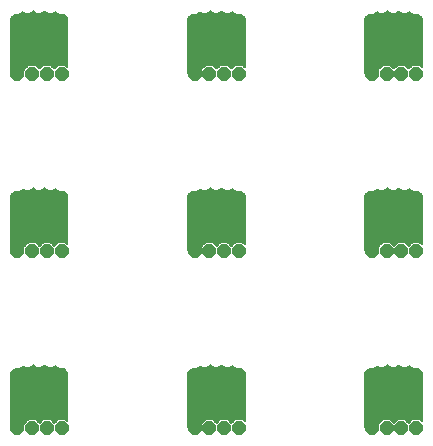
<source format=gbl>
G75*
%MOIN*%
%OFA0B0*%
%FSLAX24Y24*%
%IPPOS*%
%LPD*%
%AMOC8*
5,1,8,0,0,1.08239X$1,22.5*
%
%ADD10OC8,0.0436*%
%ADD11C,0.0050*%
%ADD12C,0.0238*%
D10*
X003387Y003151D03*
X003880Y003151D03*
X004372Y003151D03*
X004864Y003151D03*
X009293Y003151D03*
X009785Y003151D03*
X010277Y003151D03*
X010769Y003151D03*
X015198Y003151D03*
X015691Y003151D03*
X016183Y003151D03*
X016675Y003151D03*
X016675Y009057D03*
X016183Y009057D03*
X015691Y009057D03*
X015198Y009057D03*
X010769Y009057D03*
X010277Y009057D03*
X009785Y009057D03*
X009293Y009057D03*
X004864Y009057D03*
X004372Y009057D03*
X003880Y009057D03*
X003387Y009057D03*
X003387Y014962D03*
X003880Y014962D03*
X004372Y014962D03*
X004864Y014962D03*
X009293Y014962D03*
X009785Y014962D03*
X010277Y014962D03*
X010769Y014962D03*
X015198Y014962D03*
X015691Y014962D03*
X016183Y014962D03*
X016675Y014962D03*
D11*
X003178Y005009D02*
X003178Y003178D01*
X003576Y003178D01*
X003576Y003277D01*
X003754Y003454D01*
X004005Y003454D01*
X004126Y003334D01*
X004246Y003454D01*
X004497Y003454D01*
X004618Y003334D01*
X004738Y003454D01*
X004989Y003454D01*
X005054Y003390D01*
X005054Y005009D01*
X004930Y005132D01*
X004929Y005132D01*
X004777Y005132D01*
X004638Y005213D01*
X004619Y005194D01*
X004529Y005157D01*
X004432Y005157D01*
X004343Y005194D01*
X004291Y005246D01*
X004239Y005194D01*
X004149Y005157D01*
X004052Y005157D01*
X003963Y005194D01*
X003911Y005246D01*
X003859Y005194D01*
X003769Y005157D01*
X003672Y005157D01*
X003583Y005194D01*
X003575Y005202D01*
X003454Y005132D01*
X003301Y005132D01*
X003178Y005009D01*
X003178Y004989D02*
X005054Y004989D01*
X005054Y004941D02*
X003178Y004941D01*
X003178Y004892D02*
X005054Y004892D01*
X005054Y004843D02*
X003178Y004843D01*
X003178Y004794D02*
X005054Y004794D01*
X005054Y004745D02*
X003178Y004745D01*
X003178Y004696D02*
X005054Y004696D01*
X005054Y004647D02*
X003178Y004647D01*
X003178Y004598D02*
X005054Y004598D01*
X005054Y004549D02*
X003178Y004549D01*
X003178Y004500D02*
X005054Y004500D01*
X005054Y004452D02*
X003178Y004452D01*
X003178Y004403D02*
X005054Y004403D01*
X005054Y004354D02*
X003178Y004354D01*
X003178Y004305D02*
X005054Y004305D01*
X005054Y004256D02*
X003178Y004256D01*
X003178Y004207D02*
X005054Y004207D01*
X005054Y004158D02*
X003178Y004158D01*
X003178Y004109D02*
X005054Y004109D01*
X005054Y004060D02*
X003178Y004060D01*
X003178Y004012D02*
X005054Y004012D01*
X005054Y003963D02*
X003178Y003963D01*
X003178Y003914D02*
X005054Y003914D01*
X005054Y003865D02*
X003178Y003865D01*
X003178Y003816D02*
X005054Y003816D01*
X005054Y003767D02*
X003178Y003767D01*
X003178Y003718D02*
X005054Y003718D01*
X005054Y003669D02*
X003178Y003669D01*
X003178Y003620D02*
X005054Y003620D01*
X005054Y003571D02*
X003178Y003571D01*
X003178Y003523D02*
X005054Y003523D01*
X005054Y003474D02*
X003178Y003474D01*
X003178Y003425D02*
X003724Y003425D01*
X003675Y003376D02*
X003178Y003376D01*
X003178Y003327D02*
X003626Y003327D01*
X003578Y003278D02*
X003178Y003278D01*
X003178Y003229D02*
X003576Y003229D01*
X003576Y003180D02*
X003178Y003180D01*
X004035Y003425D02*
X004216Y003425D01*
X004167Y003376D02*
X004084Y003376D01*
X004527Y003425D02*
X004708Y003425D01*
X004660Y003376D02*
X004576Y003376D01*
X005019Y003425D02*
X005054Y003425D01*
X005024Y005038D02*
X003207Y005038D01*
X003256Y005087D02*
X004975Y005087D01*
X004770Y005136D02*
X003461Y005136D01*
X003546Y005185D02*
X003604Y005185D01*
X003838Y005185D02*
X003984Y005185D01*
X003923Y005234D02*
X003899Y005234D01*
X004218Y005185D02*
X004364Y005185D01*
X004303Y005234D02*
X004279Y005234D01*
X004598Y005185D02*
X004686Y005185D01*
X003576Y009083D02*
X003178Y009083D01*
X003178Y010914D01*
X003301Y011038D01*
X003454Y011038D01*
X003575Y011107D01*
X003583Y011099D01*
X003672Y011062D01*
X003769Y011062D01*
X003859Y011099D01*
X003911Y011151D01*
X003963Y011099D01*
X004052Y011062D01*
X004149Y011062D01*
X004239Y011099D01*
X004291Y011151D01*
X004343Y011099D01*
X004432Y011062D01*
X004529Y011062D01*
X004619Y011099D01*
X004638Y011118D01*
X004777Y011038D01*
X004826Y011038D01*
X004930Y011038D01*
X005054Y010914D01*
X005054Y009296D01*
X004989Y009360D01*
X004738Y009360D01*
X004618Y009240D01*
X004497Y009360D01*
X004246Y009360D01*
X004126Y009240D01*
X004005Y009360D01*
X003754Y009360D01*
X003576Y009182D01*
X003576Y009083D01*
X003576Y009096D02*
X003178Y009096D01*
X003178Y009145D02*
X003576Y009145D01*
X003588Y009194D02*
X003178Y009194D01*
X003178Y009243D02*
X003637Y009243D01*
X003686Y009292D02*
X003178Y009292D01*
X003178Y009341D02*
X003735Y009341D01*
X004024Y009341D02*
X004227Y009341D01*
X004178Y009292D02*
X004073Y009292D01*
X004122Y009243D02*
X004129Y009243D01*
X004516Y009341D02*
X004719Y009341D01*
X004670Y009292D02*
X004565Y009292D01*
X004614Y009243D02*
X004621Y009243D01*
X005008Y009341D02*
X005054Y009341D01*
X005054Y009390D02*
X003178Y009390D01*
X003178Y009439D02*
X005054Y009439D01*
X005054Y009488D02*
X003178Y009488D01*
X003178Y009537D02*
X005054Y009537D01*
X005054Y009585D02*
X003178Y009585D01*
X003178Y009634D02*
X005054Y009634D01*
X005054Y009683D02*
X003178Y009683D01*
X003178Y009732D02*
X005054Y009732D01*
X005054Y009781D02*
X003178Y009781D01*
X003178Y009830D02*
X005054Y009830D01*
X005054Y009879D02*
X003178Y009879D01*
X003178Y009928D02*
X005054Y009928D01*
X005054Y009977D02*
X003178Y009977D01*
X003178Y010025D02*
X005054Y010025D01*
X005054Y010074D02*
X003178Y010074D01*
X003178Y010123D02*
X005054Y010123D01*
X005054Y010172D02*
X003178Y010172D01*
X003178Y010221D02*
X005054Y010221D01*
X005054Y010270D02*
X003178Y010270D01*
X003178Y010319D02*
X005054Y010319D01*
X005054Y010368D02*
X003178Y010368D01*
X003178Y010417D02*
X005054Y010417D01*
X005054Y010466D02*
X003178Y010466D01*
X003178Y010514D02*
X005054Y010514D01*
X005054Y010563D02*
X003178Y010563D01*
X003178Y010612D02*
X005054Y010612D01*
X005054Y010661D02*
X003178Y010661D01*
X003178Y010710D02*
X005054Y010710D01*
X005054Y010759D02*
X003178Y010759D01*
X003178Y010808D02*
X005054Y010808D01*
X005054Y010857D02*
X003178Y010857D01*
X003178Y010906D02*
X005054Y010906D01*
X005013Y010954D02*
X003218Y010954D01*
X003267Y011003D02*
X004964Y011003D01*
X004752Y011052D02*
X003479Y011052D01*
X003454Y011038D02*
X003454Y011038D01*
X003564Y011101D02*
X003581Y011101D01*
X003861Y011101D02*
X003961Y011101D01*
X003912Y011150D02*
X003909Y011150D01*
X004241Y011101D02*
X004341Y011101D01*
X004292Y011150D02*
X004289Y011150D01*
X004621Y011101D02*
X004667Y011101D01*
X003576Y014989D02*
X003178Y014989D01*
X003178Y016820D01*
X003301Y016943D01*
X003454Y016943D01*
X003575Y017013D01*
X003583Y017005D01*
X003672Y016968D01*
X003769Y016968D01*
X003859Y017005D01*
X003911Y017057D01*
X003963Y017005D01*
X004052Y016968D01*
X004149Y016968D01*
X004239Y017005D01*
X004291Y017057D01*
X004343Y017005D01*
X004432Y016968D01*
X004529Y016968D01*
X004619Y017005D01*
X004638Y017024D01*
X004777Y016943D01*
X004826Y016943D01*
X004930Y016943D01*
X005054Y016820D01*
X005054Y015201D01*
X004989Y015266D01*
X004738Y015266D01*
X004618Y015145D01*
X004497Y015266D01*
X004246Y015266D01*
X004126Y015145D01*
X004005Y015266D01*
X003754Y015266D01*
X003576Y015088D01*
X003576Y014989D01*
X003576Y015013D02*
X003178Y015013D01*
X003178Y015062D02*
X003576Y015062D01*
X003599Y015110D02*
X003178Y015110D01*
X003178Y015159D02*
X003648Y015159D01*
X003697Y015208D02*
X003178Y015208D01*
X003178Y015257D02*
X003746Y015257D01*
X004014Y015257D02*
X004238Y015257D01*
X004189Y015208D02*
X004062Y015208D01*
X004111Y015159D02*
X004140Y015159D01*
X004506Y015257D02*
X004730Y015257D01*
X004681Y015208D02*
X004555Y015208D01*
X004603Y015159D02*
X004632Y015159D01*
X004998Y015257D02*
X005054Y015257D01*
X005047Y015208D02*
X005054Y015208D01*
X005054Y015306D02*
X003178Y015306D01*
X003178Y015355D02*
X005054Y015355D01*
X005054Y015404D02*
X003178Y015404D01*
X003178Y015453D02*
X005054Y015453D01*
X005054Y015502D02*
X003178Y015502D01*
X003178Y015550D02*
X005054Y015550D01*
X005054Y015599D02*
X003178Y015599D01*
X003178Y015648D02*
X005054Y015648D01*
X005054Y015697D02*
X003178Y015697D01*
X003178Y015746D02*
X005054Y015746D01*
X005054Y015795D02*
X003178Y015795D01*
X003178Y015844D02*
X005054Y015844D01*
X005054Y015893D02*
X003178Y015893D01*
X003178Y015942D02*
X005054Y015942D01*
X005054Y015991D02*
X003178Y015991D01*
X003178Y016039D02*
X005054Y016039D01*
X005054Y016088D02*
X003178Y016088D01*
X003178Y016137D02*
X005054Y016137D01*
X005054Y016186D02*
X003178Y016186D01*
X003178Y016235D02*
X005054Y016235D01*
X005054Y016284D02*
X003178Y016284D01*
X003178Y016333D02*
X005054Y016333D01*
X005054Y016382D02*
X003178Y016382D01*
X003178Y016431D02*
X005054Y016431D01*
X005054Y016479D02*
X003178Y016479D01*
X003178Y016528D02*
X005054Y016528D01*
X005054Y016577D02*
X003178Y016577D01*
X003178Y016626D02*
X005054Y016626D01*
X005054Y016675D02*
X003178Y016675D01*
X003178Y016724D02*
X005054Y016724D01*
X005054Y016773D02*
X003178Y016773D01*
X003180Y016822D02*
X005052Y016822D01*
X005003Y016871D02*
X003229Y016871D01*
X003278Y016920D02*
X004954Y016920D01*
X004734Y016968D02*
X004531Y016968D01*
X004431Y016968D02*
X004151Y016968D01*
X004051Y016968D02*
X003771Y016968D01*
X003671Y016968D02*
X003498Y016968D01*
X003871Y017017D02*
X003950Y017017D01*
X004251Y017017D02*
X004330Y017017D01*
X004631Y017017D02*
X004649Y017017D01*
X009083Y016820D02*
X009083Y014989D01*
X009482Y014989D01*
X009482Y015088D01*
X009659Y015266D01*
X009911Y015266D01*
X010031Y015145D01*
X010152Y015266D01*
X010403Y015266D01*
X010523Y015145D01*
X010644Y015266D01*
X010895Y015266D01*
X010959Y015201D01*
X010959Y016820D01*
X010836Y016943D01*
X010731Y016943D01*
X010683Y016943D01*
X010543Y017024D01*
X010524Y017005D01*
X010435Y016968D01*
X010338Y016968D01*
X010248Y017005D01*
X010196Y017057D01*
X010144Y017005D01*
X010055Y016968D01*
X009958Y016968D01*
X009868Y017005D01*
X009816Y017057D01*
X009764Y017005D01*
X009675Y016968D01*
X009578Y016968D01*
X009488Y017005D01*
X009480Y017013D01*
X009360Y016943D01*
X009207Y016943D01*
X009083Y016820D01*
X009085Y016822D02*
X010957Y016822D01*
X010959Y016773D02*
X009083Y016773D01*
X009083Y016724D02*
X010959Y016724D01*
X010959Y016675D02*
X009083Y016675D01*
X009083Y016626D02*
X010959Y016626D01*
X010959Y016577D02*
X009083Y016577D01*
X009083Y016528D02*
X010959Y016528D01*
X010959Y016479D02*
X009083Y016479D01*
X009083Y016431D02*
X010959Y016431D01*
X010959Y016382D02*
X009083Y016382D01*
X009083Y016333D02*
X010959Y016333D01*
X010959Y016284D02*
X009083Y016284D01*
X009083Y016235D02*
X010959Y016235D01*
X010959Y016186D02*
X009083Y016186D01*
X009083Y016137D02*
X010959Y016137D01*
X010959Y016088D02*
X009083Y016088D01*
X009083Y016039D02*
X010959Y016039D01*
X010959Y015991D02*
X009083Y015991D01*
X009083Y015942D02*
X010959Y015942D01*
X010959Y015893D02*
X009083Y015893D01*
X009083Y015844D02*
X010959Y015844D01*
X010959Y015795D02*
X009083Y015795D01*
X009083Y015746D02*
X010959Y015746D01*
X010959Y015697D02*
X009083Y015697D01*
X009083Y015648D02*
X010959Y015648D01*
X010959Y015599D02*
X009083Y015599D01*
X009083Y015550D02*
X010959Y015550D01*
X010959Y015502D02*
X009083Y015502D01*
X009083Y015453D02*
X010959Y015453D01*
X010959Y015404D02*
X009083Y015404D01*
X009083Y015355D02*
X010959Y015355D01*
X010959Y015306D02*
X009083Y015306D01*
X009083Y015257D02*
X009651Y015257D01*
X009602Y015208D02*
X009083Y015208D01*
X009083Y015159D02*
X009553Y015159D01*
X009504Y015110D02*
X009083Y015110D01*
X009083Y015062D02*
X009482Y015062D01*
X009482Y015013D02*
X009083Y015013D01*
X009919Y015257D02*
X010143Y015257D01*
X010094Y015208D02*
X009968Y015208D01*
X010017Y015159D02*
X010045Y015159D01*
X010411Y015257D02*
X010635Y015257D01*
X010586Y015208D02*
X010460Y015208D01*
X010509Y015159D02*
X010537Y015159D01*
X010903Y015257D02*
X010959Y015257D01*
X010952Y015208D02*
X010959Y015208D01*
X010908Y016871D02*
X009134Y016871D01*
X009183Y016920D02*
X010859Y016920D01*
X010639Y016968D02*
X010437Y016968D01*
X010336Y016968D02*
X010057Y016968D01*
X009956Y016968D02*
X009677Y016968D01*
X009576Y016968D02*
X009403Y016968D01*
X009777Y017017D02*
X009856Y017017D01*
X010157Y017017D02*
X010236Y017017D01*
X010537Y017017D02*
X010554Y017017D01*
X014989Y016820D02*
X014989Y014989D01*
X015387Y014989D01*
X015387Y015088D01*
X015565Y015266D01*
X015816Y015266D01*
X015937Y015145D01*
X016057Y015266D01*
X016308Y015266D01*
X016429Y015145D01*
X016549Y015266D01*
X016800Y015266D01*
X016865Y015201D01*
X016865Y016820D01*
X016741Y016943D01*
X016637Y016943D01*
X016588Y016943D01*
X016449Y017024D01*
X016430Y017005D01*
X016340Y016968D01*
X016243Y016968D01*
X016154Y017005D01*
X016102Y017057D01*
X016050Y017005D01*
X015960Y016968D01*
X015863Y016968D01*
X015774Y017005D01*
X015722Y017057D01*
X015670Y017005D01*
X015580Y016968D01*
X015483Y016968D01*
X015394Y017005D01*
X015386Y017013D01*
X015265Y016943D01*
X015112Y016943D01*
X014989Y016820D01*
X014991Y016822D02*
X016863Y016822D01*
X016865Y016773D02*
X014989Y016773D01*
X014989Y016724D02*
X016865Y016724D01*
X016865Y016675D02*
X014989Y016675D01*
X014989Y016626D02*
X016865Y016626D01*
X016865Y016577D02*
X014989Y016577D01*
X014989Y016528D02*
X016865Y016528D01*
X016865Y016479D02*
X014989Y016479D01*
X014989Y016431D02*
X016865Y016431D01*
X016865Y016382D02*
X014989Y016382D01*
X014989Y016333D02*
X016865Y016333D01*
X016865Y016284D02*
X014989Y016284D01*
X014989Y016235D02*
X016865Y016235D01*
X016865Y016186D02*
X014989Y016186D01*
X014989Y016137D02*
X016865Y016137D01*
X016865Y016088D02*
X014989Y016088D01*
X014989Y016039D02*
X016865Y016039D01*
X016865Y015991D02*
X014989Y015991D01*
X014989Y015942D02*
X016865Y015942D01*
X016865Y015893D02*
X014989Y015893D01*
X014989Y015844D02*
X016865Y015844D01*
X016865Y015795D02*
X014989Y015795D01*
X014989Y015746D02*
X016865Y015746D01*
X016865Y015697D02*
X014989Y015697D01*
X014989Y015648D02*
X016865Y015648D01*
X016865Y015599D02*
X014989Y015599D01*
X014989Y015550D02*
X016865Y015550D01*
X016865Y015502D02*
X014989Y015502D01*
X014989Y015453D02*
X016865Y015453D01*
X016865Y015404D02*
X014989Y015404D01*
X014989Y015355D02*
X016865Y015355D01*
X016865Y015306D02*
X014989Y015306D01*
X014989Y015257D02*
X015557Y015257D01*
X015508Y015208D02*
X014989Y015208D01*
X014989Y015159D02*
X015459Y015159D01*
X015410Y015110D02*
X014989Y015110D01*
X014989Y015062D02*
X015387Y015062D01*
X015387Y015013D02*
X014989Y015013D01*
X015825Y015257D02*
X016049Y015257D01*
X016000Y015208D02*
X015873Y015208D01*
X015922Y015159D02*
X015951Y015159D01*
X016317Y015257D02*
X016541Y015257D01*
X016492Y015208D02*
X016366Y015208D01*
X016414Y015159D02*
X016443Y015159D01*
X016809Y015257D02*
X016865Y015257D01*
X016858Y015208D02*
X016865Y015208D01*
X016814Y016871D02*
X015040Y016871D01*
X015089Y016920D02*
X016765Y016920D01*
X016545Y016968D02*
X016342Y016968D01*
X016242Y016968D02*
X015962Y016968D01*
X015862Y016968D02*
X015582Y016968D01*
X015482Y016968D02*
X015309Y016968D01*
X015682Y017017D02*
X015761Y017017D01*
X016062Y017017D02*
X016141Y017017D01*
X016442Y017017D02*
X016460Y017017D01*
X016102Y011151D02*
X016154Y011099D01*
X016243Y011062D01*
X016340Y011062D01*
X016430Y011099D01*
X016449Y011118D01*
X016588Y011038D01*
X016637Y011038D01*
X016741Y011038D01*
X016865Y010914D01*
X016865Y009296D01*
X016800Y009360D01*
X016549Y009360D01*
X016429Y009240D01*
X016308Y009360D01*
X016057Y009360D01*
X015937Y009240D01*
X015816Y009360D01*
X015565Y009360D01*
X015387Y009182D01*
X015387Y009083D01*
X014989Y009083D01*
X014989Y010914D01*
X015112Y011038D01*
X015265Y011038D01*
X015386Y011107D01*
X015394Y011099D01*
X015483Y011062D01*
X015580Y011062D01*
X015670Y011099D01*
X015722Y011151D01*
X015774Y011099D01*
X015863Y011062D01*
X015960Y011062D01*
X016050Y011099D01*
X016102Y011151D01*
X016103Y011150D02*
X016100Y011150D01*
X016052Y011101D02*
X016152Y011101D01*
X016432Y011101D02*
X016478Y011101D01*
X016563Y011052D02*
X015291Y011052D01*
X015375Y011101D02*
X015392Y011101D01*
X015672Y011101D02*
X015772Y011101D01*
X015723Y011150D02*
X015720Y011150D01*
X015078Y011003D02*
X016775Y011003D01*
X016824Y010954D02*
X015029Y010954D01*
X014989Y010906D02*
X016865Y010906D01*
X016865Y010857D02*
X014989Y010857D01*
X014989Y010808D02*
X016865Y010808D01*
X016865Y010759D02*
X014989Y010759D01*
X014989Y010710D02*
X016865Y010710D01*
X016865Y010661D02*
X014989Y010661D01*
X014989Y010612D02*
X016865Y010612D01*
X016865Y010563D02*
X014989Y010563D01*
X014989Y010514D02*
X016865Y010514D01*
X016865Y010466D02*
X014989Y010466D01*
X014989Y010417D02*
X016865Y010417D01*
X016865Y010368D02*
X014989Y010368D01*
X014989Y010319D02*
X016865Y010319D01*
X016865Y010270D02*
X014989Y010270D01*
X014989Y010221D02*
X016865Y010221D01*
X016865Y010172D02*
X014989Y010172D01*
X014989Y010123D02*
X016865Y010123D01*
X016865Y010074D02*
X014989Y010074D01*
X014989Y010025D02*
X016865Y010025D01*
X016865Y009977D02*
X014989Y009977D01*
X014989Y009928D02*
X016865Y009928D01*
X016865Y009879D02*
X014989Y009879D01*
X014989Y009830D02*
X016865Y009830D01*
X016865Y009781D02*
X014989Y009781D01*
X014989Y009732D02*
X016865Y009732D01*
X016865Y009683D02*
X014989Y009683D01*
X014989Y009634D02*
X016865Y009634D01*
X016865Y009585D02*
X014989Y009585D01*
X014989Y009537D02*
X016865Y009537D01*
X016865Y009488D02*
X014989Y009488D01*
X014989Y009439D02*
X016865Y009439D01*
X016865Y009390D02*
X014989Y009390D01*
X014989Y009341D02*
X015546Y009341D01*
X015497Y009292D02*
X014989Y009292D01*
X014989Y009243D02*
X015448Y009243D01*
X015399Y009194D02*
X014989Y009194D01*
X014989Y009145D02*
X015387Y009145D01*
X015387Y009096D02*
X014989Y009096D01*
X015835Y009341D02*
X016038Y009341D01*
X015989Y009292D02*
X015884Y009292D01*
X015933Y009243D02*
X015940Y009243D01*
X016327Y009341D02*
X016530Y009341D01*
X016481Y009292D02*
X016376Y009292D01*
X016425Y009243D02*
X016432Y009243D01*
X016819Y009341D02*
X016865Y009341D01*
X016449Y005213D02*
X016588Y005132D01*
X016637Y005132D01*
X016741Y005132D01*
X016865Y005009D01*
X016865Y003390D01*
X016800Y003454D01*
X016549Y003454D01*
X016429Y003334D01*
X016308Y003454D01*
X016057Y003454D01*
X015937Y003334D01*
X015816Y003454D01*
X015565Y003454D01*
X015387Y003277D01*
X015387Y003178D01*
X014989Y003178D01*
X014989Y005009D01*
X015112Y005132D01*
X015265Y005132D01*
X015386Y005202D01*
X015394Y005194D01*
X015483Y005157D01*
X015580Y005157D01*
X015670Y005194D01*
X015722Y005246D01*
X015774Y005194D01*
X015863Y005157D01*
X015960Y005157D01*
X016050Y005194D01*
X016102Y005246D01*
X016154Y005194D01*
X016243Y005157D01*
X016340Y005157D01*
X016430Y005194D01*
X016449Y005213D01*
X016409Y005185D02*
X016497Y005185D01*
X016581Y005136D02*
X015272Y005136D01*
X015357Y005185D02*
X015415Y005185D01*
X015649Y005185D02*
X015795Y005185D01*
X015734Y005234D02*
X015710Y005234D01*
X016029Y005185D02*
X016175Y005185D01*
X016114Y005234D02*
X016090Y005234D01*
X016786Y005087D02*
X015067Y005087D01*
X015018Y005038D02*
X016835Y005038D01*
X016865Y004989D02*
X014989Y004989D01*
X014989Y004941D02*
X016865Y004941D01*
X016865Y004892D02*
X014989Y004892D01*
X014989Y004843D02*
X016865Y004843D01*
X016865Y004794D02*
X014989Y004794D01*
X014989Y004745D02*
X016865Y004745D01*
X016865Y004696D02*
X014989Y004696D01*
X014989Y004647D02*
X016865Y004647D01*
X016865Y004598D02*
X014989Y004598D01*
X014989Y004549D02*
X016865Y004549D01*
X016865Y004500D02*
X014989Y004500D01*
X014989Y004452D02*
X016865Y004452D01*
X016865Y004403D02*
X014989Y004403D01*
X014989Y004354D02*
X016865Y004354D01*
X016865Y004305D02*
X014989Y004305D01*
X014989Y004256D02*
X016865Y004256D01*
X016865Y004207D02*
X014989Y004207D01*
X014989Y004158D02*
X016865Y004158D01*
X016865Y004109D02*
X014989Y004109D01*
X014989Y004060D02*
X016865Y004060D01*
X016865Y004012D02*
X014989Y004012D01*
X014989Y003963D02*
X016865Y003963D01*
X016865Y003914D02*
X014989Y003914D01*
X014989Y003865D02*
X016865Y003865D01*
X016865Y003816D02*
X014989Y003816D01*
X014989Y003767D02*
X016865Y003767D01*
X016865Y003718D02*
X014989Y003718D01*
X014989Y003669D02*
X016865Y003669D01*
X016865Y003620D02*
X014989Y003620D01*
X014989Y003571D02*
X016865Y003571D01*
X016865Y003523D02*
X014989Y003523D01*
X014989Y003474D02*
X016865Y003474D01*
X016865Y003425D02*
X016830Y003425D01*
X016519Y003425D02*
X016338Y003425D01*
X016387Y003376D02*
X016471Y003376D01*
X016027Y003425D02*
X015846Y003425D01*
X015895Y003376D02*
X015978Y003376D01*
X015535Y003425D02*
X014989Y003425D01*
X014989Y003376D02*
X015486Y003376D01*
X015437Y003327D02*
X014989Y003327D01*
X014989Y003278D02*
X015389Y003278D01*
X015387Y003229D02*
X014989Y003229D01*
X014989Y003180D02*
X015387Y003180D01*
X010959Y003390D02*
X010895Y003454D01*
X010644Y003454D01*
X010523Y003334D01*
X010403Y003454D01*
X010152Y003454D01*
X010031Y003334D01*
X009911Y003454D01*
X009659Y003454D01*
X009482Y003277D01*
X009482Y003178D01*
X009083Y003178D01*
X009083Y005009D01*
X009207Y005132D01*
X009360Y005132D01*
X009480Y005202D01*
X009488Y005194D01*
X009578Y005157D01*
X009675Y005157D01*
X009764Y005194D01*
X009816Y005246D01*
X009868Y005194D01*
X009958Y005157D01*
X010055Y005157D01*
X010144Y005194D01*
X010196Y005246D01*
X010248Y005194D01*
X010338Y005157D01*
X010435Y005157D01*
X010524Y005194D01*
X010543Y005213D01*
X010683Y005132D01*
X010731Y005132D01*
X010836Y005132D01*
X010959Y005009D01*
X010959Y003390D01*
X010959Y003425D02*
X010925Y003425D01*
X010959Y003474D02*
X009083Y003474D01*
X009083Y003523D02*
X010959Y003523D01*
X010959Y003571D02*
X009083Y003571D01*
X009083Y003620D02*
X010959Y003620D01*
X010959Y003669D02*
X009083Y003669D01*
X009083Y003718D02*
X010959Y003718D01*
X010959Y003767D02*
X009083Y003767D01*
X009083Y003816D02*
X010959Y003816D01*
X010959Y003865D02*
X009083Y003865D01*
X009083Y003914D02*
X010959Y003914D01*
X010959Y003963D02*
X009083Y003963D01*
X009083Y004012D02*
X010959Y004012D01*
X010959Y004060D02*
X009083Y004060D01*
X009083Y004109D02*
X010959Y004109D01*
X010959Y004158D02*
X009083Y004158D01*
X009083Y004207D02*
X010959Y004207D01*
X010959Y004256D02*
X009083Y004256D01*
X009083Y004305D02*
X010959Y004305D01*
X010959Y004354D02*
X009083Y004354D01*
X009083Y004403D02*
X010959Y004403D01*
X010959Y004452D02*
X009083Y004452D01*
X009083Y004500D02*
X010959Y004500D01*
X010959Y004549D02*
X009083Y004549D01*
X009083Y004598D02*
X010959Y004598D01*
X010959Y004647D02*
X009083Y004647D01*
X009083Y004696D02*
X010959Y004696D01*
X010959Y004745D02*
X009083Y004745D01*
X009083Y004794D02*
X010959Y004794D01*
X010959Y004843D02*
X009083Y004843D01*
X009083Y004892D02*
X010959Y004892D01*
X010959Y004941D02*
X009083Y004941D01*
X009083Y004989D02*
X010959Y004989D01*
X010930Y005038D02*
X009113Y005038D01*
X009162Y005087D02*
X010881Y005087D01*
X010676Y005136D02*
X009367Y005136D01*
X009451Y005185D02*
X009509Y005185D01*
X009743Y005185D02*
X009889Y005185D01*
X009828Y005234D02*
X009804Y005234D01*
X010123Y005185D02*
X010269Y005185D01*
X010208Y005234D02*
X010184Y005234D01*
X010503Y005185D02*
X010591Y005185D01*
X010614Y003425D02*
X010432Y003425D01*
X010481Y003376D02*
X010565Y003376D01*
X010122Y003425D02*
X009940Y003425D01*
X009989Y003376D02*
X010073Y003376D01*
X009630Y003425D02*
X009083Y003425D01*
X009083Y003376D02*
X009581Y003376D01*
X009532Y003327D02*
X009083Y003327D01*
X009083Y003278D02*
X009483Y003278D01*
X009482Y003229D02*
X009083Y003229D01*
X009083Y003180D02*
X009482Y003180D01*
X009482Y009083D02*
X009083Y009083D01*
X009083Y010914D01*
X009207Y011038D01*
X009360Y011038D01*
X009480Y011107D01*
X009488Y011099D01*
X009578Y011062D01*
X009675Y011062D01*
X009764Y011099D01*
X009816Y011151D01*
X009868Y011099D01*
X009958Y011062D01*
X010055Y011062D01*
X010144Y011099D01*
X010196Y011151D01*
X010248Y011099D01*
X010338Y011062D01*
X010435Y011062D01*
X010524Y011099D01*
X010543Y011118D01*
X010683Y011038D01*
X010731Y011038D01*
X010836Y011038D01*
X010959Y010914D01*
X010959Y009296D01*
X010895Y009360D01*
X010644Y009360D01*
X010523Y009240D01*
X010403Y009360D01*
X010152Y009360D01*
X010031Y009240D01*
X009911Y009360D01*
X009659Y009360D01*
X009482Y009182D01*
X009482Y009083D01*
X009482Y009096D02*
X009083Y009096D01*
X009083Y009145D02*
X009482Y009145D01*
X009494Y009194D02*
X009083Y009194D01*
X009083Y009243D02*
X009543Y009243D01*
X009591Y009292D02*
X009083Y009292D01*
X009083Y009341D02*
X009640Y009341D01*
X009930Y009341D02*
X010132Y009341D01*
X010084Y009292D02*
X009979Y009292D01*
X010028Y009243D02*
X010035Y009243D01*
X010422Y009341D02*
X010625Y009341D01*
X010576Y009292D02*
X010471Y009292D01*
X010520Y009243D02*
X010527Y009243D01*
X010914Y009341D02*
X010959Y009341D01*
X010959Y009390D02*
X009083Y009390D01*
X009083Y009439D02*
X010959Y009439D01*
X010959Y009488D02*
X009083Y009488D01*
X009083Y009537D02*
X010959Y009537D01*
X010959Y009585D02*
X009083Y009585D01*
X009083Y009634D02*
X010959Y009634D01*
X010959Y009683D02*
X009083Y009683D01*
X009083Y009732D02*
X010959Y009732D01*
X010959Y009781D02*
X009083Y009781D01*
X009083Y009830D02*
X010959Y009830D01*
X010959Y009879D02*
X009083Y009879D01*
X009083Y009928D02*
X010959Y009928D01*
X010959Y009977D02*
X009083Y009977D01*
X009083Y010025D02*
X010959Y010025D01*
X010959Y010074D02*
X009083Y010074D01*
X009083Y010123D02*
X010959Y010123D01*
X010959Y010172D02*
X009083Y010172D01*
X009083Y010221D02*
X010959Y010221D01*
X010959Y010270D02*
X009083Y010270D01*
X009083Y010319D02*
X010959Y010319D01*
X010959Y010368D02*
X009083Y010368D01*
X009083Y010417D02*
X010959Y010417D01*
X010959Y010466D02*
X009083Y010466D01*
X009083Y010514D02*
X010959Y010514D01*
X010959Y010563D02*
X009083Y010563D01*
X009083Y010612D02*
X010959Y010612D01*
X010959Y010661D02*
X009083Y010661D01*
X009083Y010710D02*
X010959Y010710D01*
X010959Y010759D02*
X009083Y010759D01*
X009083Y010808D02*
X010959Y010808D01*
X010959Y010857D02*
X009083Y010857D01*
X009083Y010906D02*
X010959Y010906D01*
X010919Y010954D02*
X009124Y010954D01*
X009173Y011003D02*
X010870Y011003D01*
X010658Y011052D02*
X009385Y011052D01*
X009470Y011101D02*
X009487Y011101D01*
X009766Y011101D02*
X009867Y011101D01*
X009818Y011150D02*
X009815Y011150D01*
X010146Y011101D02*
X010247Y011101D01*
X010198Y011150D02*
X010195Y011150D01*
X010526Y011101D02*
X010573Y011101D01*
D12*
X010730Y010139D03*
X009313Y010887D03*
X004824Y010139D03*
X003407Y010887D03*
X004824Y016045D03*
X003407Y016793D03*
X009313Y016793D03*
X010730Y016045D03*
X015218Y016793D03*
X016635Y016045D03*
X015218Y010887D03*
X016635Y010139D03*
X015218Y004982D03*
X016635Y004234D03*
X010730Y004234D03*
X009313Y004982D03*
X004824Y004234D03*
X003407Y004982D03*
M02*

</source>
